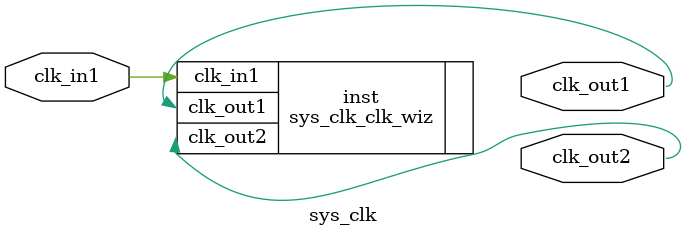
<source format=v>


`timescale 1ps/1ps

(* CORE_GENERATION_INFO = "sys_clk,clk_wiz_v6_0_5_0_0,{component_name=sys_clk,use_phase_alignment=true,use_min_o_jitter=false,use_max_i_jitter=false,use_dyn_phase_shift=false,use_inclk_switchover=false,use_dyn_reconfig=false,enable_axi=0,feedback_source=FDBK_AUTO,PRIMITIVE=MMCM,num_out_clk=2,clkin1_period=10.000,clkin2_period=10.000,use_power_down=false,use_reset=false,use_locked=false,use_inclk_stopped=false,feedback_type=SINGLE,CLOCK_MGR_TYPE=NA,manual_override=false}" *)

module sys_clk 
 (
  // Clock out ports
  output        clk_out1,
  output        clk_out2,
 // Clock in ports
  input         clk_in1
 );

  sys_clk_clk_wiz inst
  (
  // Clock out ports  
  .clk_out1(clk_out1),
  .clk_out2(clk_out2),
 // Clock in ports
  .clk_in1(clk_in1)
  );

endmodule

</source>
